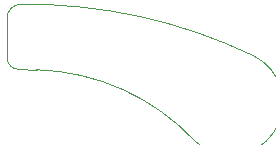
<source format=gbr>
G04 #@! TF.GenerationSoftware,KiCad,Pcbnew,7.0.9-7.0.9~ubuntu20.04.1*
G04 #@! TF.CreationDate,2023-12-28T04:07:49+00:00*
G04 #@! TF.ProjectId,yote,796f7465-2e6b-4696-9361-645f70636258,rev?*
G04 #@! TF.SameCoordinates,Original*
G04 #@! TF.FileFunction,Profile,NP*
%FSLAX46Y46*%
G04 Gerber Fmt 4.6, Leading zero omitted, Abs format (unit mm)*
G04 Created by KiCad (PCBNEW 7.0.9-7.0.9~ubuntu20.04.1) date 2023-12-28 04:07:49*
%MOMM*%
%LPD*%
G01*
G04 APERTURE LIST*
G04 #@! TA.AperFunction,Profile*
%ADD10C,0.100000*%
G04 #@! TD*
G04 APERTURE END LIST*
D10*
X116054305Y-78842183D02*
G75*
G03*
X102649918Y-72812930I-13942505J-13082217D01*
G01*
X100165240Y-71834887D02*
G75*
G03*
X101115954Y-72774228I950660J11387D01*
G01*
X100165240Y-68546825D02*
X100165240Y-71834887D01*
X101418722Y-67270828D02*
G75*
G03*
X100165241Y-68546825I-102822J-1152672D01*
G01*
X120951839Y-71594400D02*
G75*
G03*
X101418722Y-67270827I-19090039J-39960000D01*
G01*
X102649918Y-72812930D02*
X101115954Y-72774228D01*
X116054305Y-78842182D02*
G75*
G03*
X120951848Y-71594384I3027535J3232812D01*
G01*
M02*

</source>
